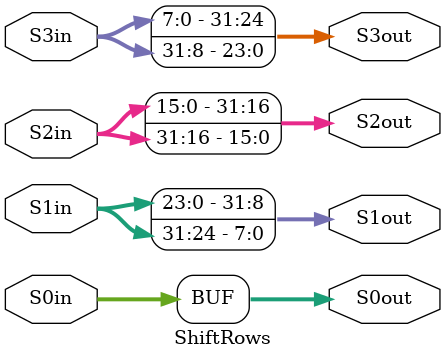
<source format=v>
module ShiftRows (
	S0in, S1in, S2in, S3in,
	S0out, S1out, S2out, S3out
);

input [31:0] S0in, S1in, S2in, S3in;
output [31:0] S0out, S1out, S2out, S3out;

assign S0out = S0in;
assign S1out = {S1in[23:0],S1in[31:24]};
assign S2out = {S2in[15:0],S2in[31:16]};
assign S3out = {S3in[7:0],S3in[31:8]};

endmodule
</source>
